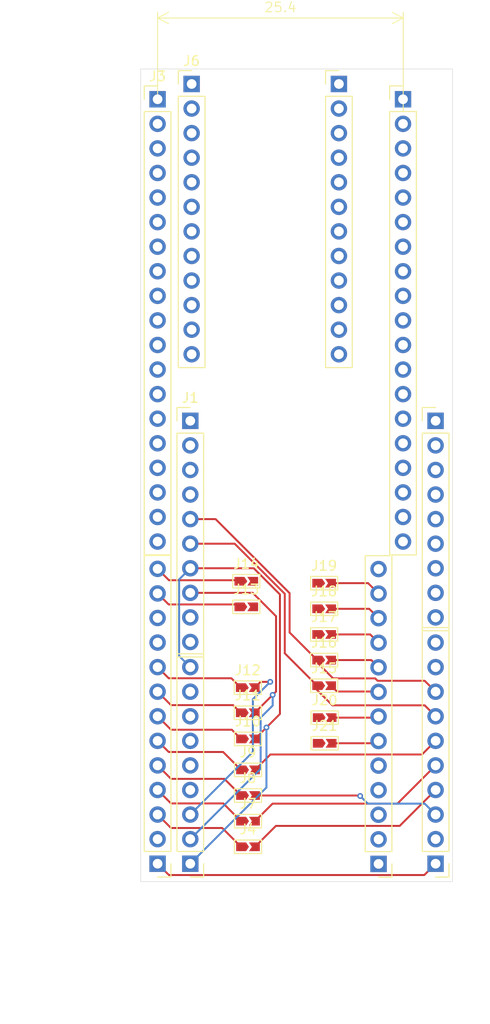
<source format=kicad_pcb>
(kicad_pcb (version 20241229) (generator "pcbnew") (generator_version "9.0")
  (layers (0 "F.Cu" signal) (2 "B.Cu" signal) (13 "F.Paste" user) (15 "B.Paste" user) (5 "F.SilkS" user "F.Silkscreen") (7 "B.SilkS" user "B.Silkscreen") (1 "F.Mask" user) (3 "B.Mask" user) (25 "Edge.Cuts" user))
  (net 0 "")
  (net 2 "DC")
  (net 3 "MOSI_1")
  (net 4 "MOSI_0")
  (net 5 "RST1")
  (net 6 "CS_0")
  (net 7 "MISO_0")
  (net 8 "CS_1")
  (net 9 "SCK_1")
  (net 10 "SCK_0")
  (net 11 "SDA_0")
  (net 12 "MISO_1")
  (net 13 "SCL_0")
  (net 14 "DRIVE")
  (net 16 "GND")
  (net 17 "+3.3V")
  (net 22 "DONE")
  (net 25 "unconnected-(J2-Pin_2-PadP2)")
  (net 29 "5V")
  (net 40 "SCL_1")
  (net 44 "SDA_1")
  (net 61 "Net-(J4-A)")
  (net 62 "Net-(J5-Pin_9a)")
  (net 63 "Net-(J5-Pin_10a)")
  (net 64 "Net-(J11-A)")
  (net 65 "Net-(J5-Pin_8a)")
  (net 66 "Net-(J10-A)")
  (net 67 "Net-(J12-A)")
  (net 68 "Net-(J13-A)")
  (net 69 "Net-(J16-B)")
  (net 70 "Net-(J18-B)")
  (net 71 "Net-(J14-A)")
  (net 72 "Net-(J15-B)")
  (net 73 "Net-(J19-B)")
  (net 74 "Net-(J17-B)")
  (net 75 "Net-(J20-B)")
  (net 76 "Net-(J21-B)")
  (net 80 "LSW1")
  (net 82 "LSW0")
  (footprint "IOT-Mess-Footprints:ESP_P40" (layer "F.Cu") (at 148.95 48.98)
    (property "Reference" "J3" (at 0 -2.38 0) (layer "F.SilkS"))
    (property "Value" "ESP_P40")
    (fp_line (start -1.38 -1.38) (end 0 -1.38) (stroke (width 0.12)) (layer "F.SilkS"))
    (fp_line (start -1.38 0) (end -1.38 -1.38) (stroke (width 0.12)) (layer "F.SilkS"))
    (fp_line (start -1.38 1.27) (end -1.38 47.1) (stroke (width 0.12)) (layer "F.SilkS"))
    (fp_line (start -1.38 1.27) (end 1.38 1.27) (stroke (width 0.12)) (layer "F.SilkS"))
    (fp_line (start -1.38 47.1) (end 1.38 47.1) (stroke (width 0.12)) (layer "F.SilkS"))
    (fp_line (start 1.38 1.27) (end 1.38 47.1) (stroke (width 0.12)) (layer "F.SilkS"))
    (fp_line (start 24 -1.38) (end 25.38 -1.38) (stroke (width 0.12)) (layer "F.SilkS"))
    (fp_line (start 24 0) (end 24 -1.38) (stroke (width 0.12)) (layer "F.SilkS"))
    (fp_line (start 24 1.27) (end 24 47.1) (stroke (width 0.12)) (layer "F.SilkS"))
    (fp_line (start 24 1.27) (end 26.76 1.27) (stroke (width 0.12)) (layer "F.SilkS"))
    (fp_line (start 24 47.1) (end 26.76 47.1) (stroke (width 0.12)) (layer "F.SilkS"))
    (fp_line (start 26.76 1.27) (end 26.76 47.1) (stroke (width 0.12)) (layer "F.SilkS"))
    (dimension (type orthogonal) (layer "F.SilkS") (pts (xy 148.95 48.98) (xy 174.35 50.78)) (height -8.4) (orientation 0) (format (prefix "") (suffix "") (units 3) (units_format 0) (precision 4) (suppress_zeroes yes)) (style (thickness 0.1) (arrow_length 1.27) (text_position_mode 0) (arrow_direction outward) (extension_height 0.58642) (extension_offset 0.5) (keep_text_aligned yes)) (gr_text "25.4" (at 161.65 39.48 0) (layer "F.SilkS") (effects (font (size 1 1) (thickness 0.1)))))
    (pad "P1" thru_hole rect (at 0 0) (size 1.7 1.7) (drill 1) (layers "*.Cu" "*.Mask") (net 16 "GND"))
    (pad "P2" thru_hole circle (at 0 2.54) (size 1.7 1.7) (drill 1) (layers "*.Cu" "*.Mask") (net 17 "+3.3V"))
    (pad "P3" thru_hole circle (at 0 5.08) (size 1.7 1.7) (drill 1) (layers "*.Cu" "*.Mask"))
    (pad "P4" thru_hole circle (at 0 7.62) (size 1.7 1.7) (drill 1) (layers "*.Cu" "*.Mask"))
    (pad "P5" thru_hole circle (at 0 10.16) (size 1.7 1.7) (drill 1) (layers "*.Cu" "*.Mask"))
    (pad "P6" thru_hole circle (at 0 12.7) (size 1.7 1.7) (drill 1) (layers "*.Cu" "*.Mask"))
    (pad "P7" thru_hole circle (at 0 15.24) (size 1.7 1.7) (drill 1) (layers "*.Cu" "*.Mask"))
    (pad "P8" thru_hole circle (at 0 17.78) (size 1.7 1.7) (drill 1) (layers "*.Cu" "*.Mask") (net 44 "SDA_1"))
    (pad "P9" thru_hole circle (at 0 20.32) (size 1.7 1.7) (drill 1) (layers "*.Cu" "*.Mask") (net 40 "SCL_1"))
    (pad "P10" thru_hole circle (at 0 22.86) (size 1.7 1.7) (drill 1) (layers "*.Cu" "*.Mask") (net 11 "SDA_0"))
    (pad "P11" thru_hole circle (at 0 25.4) (size 1.7 1.7) (drill 1) (layers "*.Cu" "*.Mask") (net 13 "SCL_0"))
    (pad "P12" thru_hole circle (at 0 27.94) (size 1.7 1.7) (drill 1) (layers "*.Cu" "*.Mask"))
    (pad "P13" thru_hole circle (at 0 30.48) (size 1.7 1.7) (drill 1) (layers "*.Cu" "*.Mask") (net 9 "SCK_1"))
    (pad "P14" thru_hole circle (at 0 33.02) (size 1.7 1.7) (drill 1) (layers "*.Cu" "*.Mask") (net 12 "MISO_1"))
    (pad "P15" thru_hole circle (at 0 35.56) (size 1.7 1.7) (drill 1) (layers "*.Cu" "*.Mask"))
    (pad "P17" thru_hole circle (at 0 38.1) (size 1.7 1.7) (drill 1) (layers "*.Cu" "*.Mask") (net 3 "MOSI_1"))
    (pad "P18" thru_hole circle (at 0 40.64) (size 1.7 1.7) (drill 1) (layers "*.Cu" "*.Mask"))
    (pad "P19" thru_hole circle (at 0 43.18) (size 1.7 1.7) (drill 1) (layers "*.Cu" "*.Mask"))
    (pad "P20" thru_hole circle (at 0 45.72) (size 1.7 1.7) (drill 1) (layers "*.Cu" "*.Mask"))
    (pad "P21" thru_hole circle (at 25.38 45.72) (size 1.7 1.7) (drill 1) (layers "*.Cu" "*.Mask"))
    (pad "P22" thru_hole circle (at 25.38 43.18) (size 1.7 1.7) (drill 1) (layers "*.Cu" "*.Mask"))
    (pad "P23" thru_hole circle (at 25.38 40.64) (size 1.7 1.7) (drill 1) (layers "*.Cu" "*.Mask"))
    (pad "P24" thru_hole circle (at 25.38 38.1) (size 1.7 1.7) (drill 1) (layers "*.Cu" "*.Mask") (net 8 "CS_1"))
    (pad "P25" thru_hole circle (at 25.38 35.56) (size 1.7 1.7) (drill 1) (layers "*.Cu" "*.Mask"))
    (pad "P27" thru_hole circle (at 25.38 33.02) (size 1.7 1.7) (drill 1) (layers "*.Cu" "*.Mask"))
    (pad "P28" thru_hole circle (at 25.38 30.48) (size 1.7 1.7) (drill 1) (layers "*.Cu" "*.Mask"))
    (pad "P29" thru_hole circle (at 25.38 27.94) (size 1.7 1.7) (drill 1) (layers "*.Cu" "*.Mask") (net 5 "RST1"))
    (pad "P30" thru_hole circle (at 25.38 25.4) (size 1.7 1.7) (drill 1) (layers "*.Cu" "*.Mask") (net 2 "DC"))
    (pad "P31" thru_hole circle (at 25.38 22.86) (size 1.7 1.7) (drill 1) (layers "*.Cu" "*.Mask") (net 6 "CS_0"))
    (pad "P32" thru_hole circle (at 25.38 20.32) (size 1.7 1.7) (drill 1) (layers "*.Cu" "*.Mask") (net 10 "SCK_0"))
    (pad "P33" thru_hole circle (at 25.38 17.78) (size 1.7 1.7) (drill 1) (layers "*.Cu" "*.Mask") (net 7 "MISO_0"))
    (pad "P34" thru_hole circle (at 25.38 15.24) (size 1.7 1.7) (drill 1) (layers "*.Cu" "*.Mask"))
    (pad "P35" thru_hole circle (at 25.38 12.7) (size 1.7 1.7) (drill 1) (layers "*.Cu" "*.Mask"))
    (pad "P36" thru_hole circle (at 25.38 10.16) (size 1.7 1.7) (drill 1) (layers "*.Cu" "*.Mask"))
    (pad "P37" thru_hole circle (at 25.38 7.62) (size 1.7 1.7) (drill 1) (layers "*.Cu" "*.Mask"))
    (pad "P38" thru_hole circle (at 25.38 5.08) (size 1.7 1.7) (drill 1) (layers "*.Cu" "*.Mask"))
    (pad "P39" thru_hole circle (at 25.38 2.54) (size 1.7 1.7) (drill 1) (layers "*.Cu" "*.Mask") (net 4 "MOSI_0"))
    (pad "P40" thru_hole rect (at 25.38 0) (size 1.7 1.7) (drill 1) (layers "*.Cu" "*.Mask") (net 16 "GND"))
  )
  (footprint "IOT-Mess-Footprints:Jumpper-triangle" (layer "F.Cu") (at 158.3 123.6)
    (property "Reference" "J7" (at 0 -1.8 0) (layer "F.SilkS"))
    (property "Value" "Jumper_2")
    (fp_line (start -1.4 -0.7) (end 1.4 -0.7) (stroke (width 0.12)) (layer "F.SilkS"))
    (fp_line (start -1.4 0.7) (end -1.4 -0.7) (stroke (width 0.12)) (layer "F.SilkS"))
    (fp_line (start 1.4 -0.7) (end 1.4 0.7) (stroke (width 0.12)) (layer "F.SilkS"))
    (fp_line (start 1.4 0.7) (end -1.4 0.7) (stroke (width 0.12)) (layer "F.SilkS"))
    (pad "1" smd custom (at -0.724999 0) (size 0.3 0.3) (layers "F.Cu" "F.Mask") (net 63 "Net-(J5-Pin_10a)") (options (clearance outline) (anchor rect)) (primitives (gr_poly (pts (xy 0.825 0) (xy 0.525 0.45) (xy -0.5 0.45) (xy -0.5 -0.45) (xy 0.525 -0.45)) (width 0) (fill yes))))
    (pad "2" smd custom (at 0.724999 0) (size 0.3 0.3) (layers "F.Cu" "F.Mask") (net 4 "MOSI_0") (options (clearance outline) (anchor rect)) (primitives (gr_poly (pts (xy 0.5 0.45) (xy -0.625 0.45) (xy -0.325 0) (xy -0.625 -0.45) (xy 0.5 -0.45)) (width 0) (fill yes))))
  )
  (footprint "IOT-Mess-Footprints:Jumpper-triangle" (layer "F.Cu") (at 166.175001 101.65)
    (property "Reference" "J18" (at 0 -1.8 0) (layer "F.SilkS"))
    (property "Value" "Jumper_2")
    (fp_line (start -1.4 -0.7) (end 1.4 -0.7) (stroke (width 0.12)) (layer "F.SilkS"))
    (fp_line (start -1.4 0.7) (end -1.4 -0.7) (stroke (width 0.12)) (layer "F.SilkS"))
    (fp_line (start 1.4 -0.7) (end 1.4 0.7) (stroke (width 0.12)) (layer "F.SilkS"))
    (fp_line (start 1.4 0.7) (end -1.4 0.7) (stroke (width 0.12)) (layer "F.SilkS"))
    (pad "1" smd custom (at -0.724999 0) (size 0.3 0.3) (layers "F.Cu" "F.Mask") (net 9 "SCK_1") (options (clearance outline) (anchor rect)) (primitives (gr_poly (pts (xy 0.825 0) (xy 0.525 0.45) (xy -0.5 0.45) (xy -0.5 -0.45) (xy 0.525 -0.45)) (width 0) (fill yes))))
    (pad "2" smd custom (at 0.724999 0) (size 0.3 0.3) (layers "F.Cu" "F.Mask") (net 70 "Net-(J18-B)") (options (clearance outline) (anchor rect)) (primitives (gr_poly (pts (xy 0.5 0.45) (xy -0.625 0.45) (xy -0.325 0) (xy -0.625 -0.45) (xy 0.5 -0.45)) (width 0) (fill yes))))
  )
  (footprint "IOT-Mess-Footprints:Jumpper-triangle" (layer "F.Cu") (at 158.3 126.25)
    (property "Reference" "J4" (at 0 -1.8 0) (layer "F.SilkS"))
    (property "Value" "Jumper_2")
    (fp_line (start -1.4 -0.7) (end 1.4 -0.7) (stroke (width 0.12)) (layer "F.SilkS"))
    (fp_line (start -1.4 0.7) (end -1.4 -0.7) (stroke (width 0.12)) (layer "F.SilkS"))
    (fp_line (start 1.4 -0.7) (end 1.4 0.7) (stroke (width 0.12)) (layer "F.SilkS"))
    (fp_line (start 1.4 0.7) (end -1.4 0.7) (stroke (width 0.12)) (layer "F.SilkS"))
    (pad "1" smd custom (at -0.724999 0) (size 0.3 0.3) (layers "F.Cu" "F.Mask") (net 61 "Net-(J4-A)") (options (clearance outline) (anchor rect)) (primitives (gr_poly (pts (xy 0.825 0) (xy 0.525 0.45) (xy -0.5 0.45) (xy -0.5 -0.45) (xy 0.525 -0.45)) (width 0) (fill yes))))
    (pad "2" smd custom (at 0.724999 0) (size 0.3 0.3) (layers "F.Cu" "F.Mask") (net 7 "MISO_0") (options (clearance outline) (anchor rect)) (primitives (gr_poly (pts (xy 0.5 0.45) (xy -0.625 0.45) (xy -0.325 0) (xy -0.625 -0.45) (xy 0.5 -0.45)) (width 0) (fill yes))))
  )
  (footprint "IOT-Mess-Footprints:Jumpper-triangle" (layer "F.Cu") (at 166.175001 104.3)
    (property "Reference" "J17" (at 0 -1.8 0) (layer "F.SilkS"))
    (property "Value" "Jumper_2")
    (fp_line (start -1.4 -0.7) (end 1.4 -0.7) (stroke (width 0.12)) (layer "F.SilkS"))
    (fp_line (start -1.4 0.7) (end -1.4 -0.7) (stroke (width 0.12)) (layer "F.SilkS"))
    (fp_line (start 1.4 -0.7) (end 1.4 0.7) (stroke (width 0.12)) (layer "F.SilkS"))
    (fp_line (start 1.4 0.7) (end -1.4 0.7) (stroke (width 0.12)) (layer "F.SilkS"))
    (pad "1" smd custom (at -0.724999 0) (size 0.3 0.3) (layers "F.Cu" "F.Mask") (net 22 "DONE") (options (clearance outline) (anchor rect)) (primitives (gr_poly (pts (xy 0.825 0) (xy 0.525 0.45) (xy -0.5 0.45) (xy -0.5 -0.45) (xy 0.525 -0.45)) (width 0) (fill yes))))
    (pad "2" smd custom (at 0.724999 0) (size 0.3 0.3) (layers "F.Cu" "F.Mask") (net 74 "Net-(J17-B)") (options (clearance outline) (anchor rect)) (primitives (gr_poly (pts (xy 0.5 0.45) (xy -0.625 0.45) (xy -0.325 0) (xy -0.625 -0.45) (xy 0.5 -0.45)) (width 0) (fill yes))))
  )
  (footprint "IOT-Mess-Footprints:ESP_P16" (layer "F.Cu") (at 177.7 128 180)
    (property "Reference" "J2" (hide yes))
    (property "Value" "ESP_P16 / C3")
    (fp_line (start 26.75 1.27) (end 26.75 21.7) (stroke (width 0.12)) (layer "F.SilkS"))
    (fp_line (start 23.99 21.7) (end 26.75 21.7) (stroke (width 0.12)) (layer "F.SilkS"))
    (fp_line (start 23.99 1.27) (end 26.75 1.27) (stroke (width 0.12)) (layer "F.SilkS"))
    (fp_line (start 23.99 1.27) (end 23.99 21.7) (stroke (width 0.12)) (layer "F.SilkS"))
    (fp_line (start 23.99 0) (end 23.99 -1.38) (stroke (width 0.12)) (layer "F.SilkS"))
    (fp_line (start 23.99 -1.38) (end 25.37 -1.379999) (stroke (width 0.12)) (layer "F.SilkS"))
    (fp_line (start 1.38 1.27) (end 1.38 24.4) (stroke (width 0.12)) (layer "F.SilkS"))
    (fp_line (start -1.379999 0) (end -1.38 -1.38) (stroke (width 0.12)) (layer "F.SilkS"))
    (fp_line (start -1.38 24.41) (end 1.38 24.41) (stroke (width 0.12)) (layer "F.SilkS"))
    (fp_line (start -1.38 1.27) (end 1.38 1.27) (stroke (width 0.12)) (layer "F.SilkS"))
    (fp_line (start -1.38 1.27) (end -1.38 24.4) (stroke (width 0.12)) (layer "F.SilkS"))
    (fp_line (start -1.38 -1.38) (end 0 -1.379999) (stroke (width 0.12)) (layer "F.SilkS"))
    (pad "P1" thru_hole rect (at 0 0 180) (size 1.7 1.7) (drill 1) (layers "*.Cu" "*.Mask") (net 17 "+3.3V"))
    (pad "P2" thru_hole circle (at 0 2.54 180) (size 1.7 1.7) (drill 1) (layers "*.Cu" "*.Mask") (net 25 "unconnected-(J2-Pin_2-PadP2)"))
    (pad "P3" thru_hole circle (at 0 5.079999 180) (size 1.7 1.7) (drill 1) (layers "*.Cu" "*.Mask") (net 10 "SCK_0"))
    (pad "P4" thru_hole circle (at 0 7.62 180) (size 1.7 1.7) (drill 1) (layers "*.Cu" "*.Mask") (net 7 "MISO_0"))
    (pad "P5" thru_hole circle (at 0 10.16 180) (size 1.7 1.7) (drill 1) (layers "*.Cu" "*.Mask") (net 4 "MOSI_0"))
    (pad "P6" thru_hole circle (at 0 12.7 180) (size 1.7 1.7) (drill 1) (layers "*.Cu" "*.Mask") (net 6 "CS_0"))
    (pad "P7" thru_hole circle (at 0 15.24 180) (size 1.7 1.7) (drill 1) (layers "*.Cu" "*.Mask") (net 11 "SDA_0"))
    (pad "P8" thru_hole circle (at 0 17.780001 180) (size 1.7 1.7) (drill 1) (layers "*.Cu" "*.Mask") (net 13 "SCL_0"))
    (pad "P9" thru_hole circle (at 0 20.32 180) (size 1.7 1.7) (drill 1) (layers "*.Cu" "*.Mask") (net 16 "GND"))
    (pad "P9" thru_hole circle (at 0 22.86 180) (size 1.7 1.7) (drill 1) (layers "*.Cu" "*.Mask") (net 16 "GND"))
    (pad "P11" thru_hole circle (at 25.37 17.780001 180) (size 1.7 1.7) (drill 1) (layers "*.Cu" "*.Mask"))
    (pad "P12" thru_hole circle (at 25.37 15.24 180) (size 1.7 1.7) (drill 1) (layers "*.Cu" "*.Mask"))
    (pad "P13" thru_hole circle (at 25.37 12.7 180) (size 1.7 1.7) (drill 1) (layers "*.Cu" "*.Mask"))
    (pad "P14" thru_hole circle (at 25.37 10.16 180) (size 1.7 1.7) (drill 1) (layers "*.Cu" "*.Mask"))
    (pad "P15" thru_hole circle (at 25.37 7.62 180) (size 1.7 1.7) (drill 1) (layers "*.Cu" "*.Mask"))
    (pad "P16" thru_hole circle (at 25.37 5.079999 180) (size 1.7 1.7) (drill 1) (layers "*.Cu" "*.Mask") (net 14 "DRIVE"))
    (pad "P17" thru_hole circle (at 25.37 2.54 180) (size 1.7 1.7) (drill 1) (layers "*.Cu" "*.Mask") (net 5 "RST1"))
    (pad "P18" thru_hole rect (at 25.37 0 180) (size 1.7 1.7) (drill 1) (layers "*.Cu" "*.Mask") (net 2 "DC"))
    (pad "P18" thru_hole circle (at 25.37 20.32 180) (size 1.7 1.7) (drill 1) (layers "*.Cu" "*.Mask") (net 2 "DC"))
  )
  (footprint "IOT-Mess-Footprints:Jumpper-triangle" (layer "F.Cu") (at 166.175001 106.95)
    (property "Reference" "J16" (at 0 -1.8 0) (layer "F.SilkS"))
    (property "Value" "Jumper_2")
    (fp_line (start -1.4 -0.7) (end 1.4 -0.7) (stroke (width 0.12)) (layer "F.SilkS"))
    (fp_line (start -1.4 0.7) (end -1.4 -0.7) (stroke (width 0.12)) (layer "F.SilkS"))
    (fp_line (start 1.4 -0.7) (end 1.4 0.7) (stroke (width 0.12)) (layer "F.SilkS"))
    (fp_line (start 1.4 0.7) (end -1.4 0.7) (stroke (width 0.12)) (layer "F.SilkS"))
    (pad "1" smd custom (at -0.724999 0) (size 0.3 0.3) (layers "F.Cu" "F.Mask") (net 13 "SCL_0") (options (clearance outline) (anchor rect)) (primitives (gr_poly (pts (xy 0.825 0) (xy 0.525 0.45) (xy -0.5 0.45) (xy -0.5 -0.45) (xy 0.525 -0.45)) (width 0) (fill yes))))
    (pad "2" smd custom (at 0.724999 0) (size 0.3 0.3) (layers "F.Cu" "F.Mask") (net 69 "Net-(J16-B)") (options (clearance outline) (anchor rect)) (primitives (gr_poly (pts (xy 0.5 0.45) (xy -0.625 0.45) (xy -0.325 0) (xy -0.625 -0.45) (xy 0.5 -0.45)) (width 0) (fill yes))))
  )
  (footprint "IOT-Mess-Footprints:Jumpper-triangle" (layer "F.Cu") (at 166.225003 115.55)
    (property "Reference" "J21" (at 0 -1.8 0) (layer "F.SilkS"))
    (property "Value" "Jumper_2")
    (fp_line (start -1.4 -0.7) (end 1.4 -0.7) (stroke (width 0.12)) (layer "F.SilkS"))
    (fp_line (start -1.4 0.7) (end -1.4 -0.7) (stroke (width 0.12)) (layer "F.SilkS"))
    (fp_line (start 1.4 -0.7) (end 1.4 0.7) (stroke (width 0.12)) (layer "F.SilkS"))
    (fp_line (start 1.4 0.7) (end -1.4 0.7) (stroke (width 0.12)) (layer "F.SilkS"))
    (pad "1" smd custom (at -0.724999 0) (size 0.3 0.3) (layers "F.Cu" "F.Mask") (net 44 "SDA_1") (options (clearance outline) (anchor rect)) (primitives (gr_poly (pts (xy 0.825 0) (xy 0.525 0.45) (xy -0.5 0.45) (xy -0.5 -0.45) (xy 0.525 -0.45)) (width 0) (fill yes))))
    (pad "2" smd custom (at 0.724999 0) (size 0.3 0.3) (layers "F.Cu" "F.Mask") (net 76 "Net-(J21-B)") (options (clearance outline) (anchor rect)) (primitives (gr_poly (pts (xy 0.5 0.45) (xy -0.625 0.45) (xy -0.325 0) (xy -0.625 -0.45) (xy 0.5 -0.45)) (width 0) (fill yes))))
  )
  (footprint "IOT-Mess-Footprints:Jumpper-triangle" (layer "F.Cu") (at 158.124999 98.8)
    (property "Reference" "J14" (at 0 -1.8 0) (layer "F.SilkS"))
    (property "Value" "Jumper_2")
    (fp_line (start -1.4 -0.7) (end 1.4 -0.7) (stroke (width 0.12)) (layer "F.SilkS"))
    (fp_line (start -1.4 0.7) (end -1.4 -0.7) (stroke (width 0.12)) (layer "F.SilkS"))
    (fp_line (start 1.4 -0.7) (end 1.4 0.7) (stroke (width 0.12)) (layer "F.SilkS"))
    (fp_line (start 1.4 0.7) (end -1.4 0.7) (stroke (width 0.12)) (layer "F.SilkS"))
    (pad "1" smd custom (at -0.724999 0) (size 0.3 0.3) (layers "F.Cu" "F.Mask") (net 71 "Net-(J14-A)") (options (clearance outline) (anchor rect)) (primitives (gr_poly (pts (xy 0.825 0) (xy 0.525 0.45) (xy -0.5 0.45) (xy -0.5 -0.45) (xy 0.525 -0.45)) (width 0) (fill yes))))
    (pad "2" smd custom (at 0.724999 0) (size 0.3 0.3) (layers "F.Cu" "F.Mask") (net 3 "MOSI_1") (options (clearance outline) (anchor rect)) (primitives (gr_poly (pts (xy 0.5 0.45) (xy -0.625 0.45) (xy -0.325 0) (xy -0.625 -0.45) (xy 0.5 -0.45)) (width 0) (fill yes))))
  )
  (footprint "IOT-Mess-Footprints:Jumpper-triangle" (layer "F.Cu") (at 166.175001 109.6)
    (property "Reference" "J15" (at 0 -1.8 0) (layer "F.SilkS"))
    (property "Value" "Jumper_2")
    (fp_line (start -1.4 -0.7) (end 1.4 -0.7) (stroke (width 0.12)) (layer "F.SilkS"))
    (fp_line (start -1.4 0.7) (end -1.4 -0.7) (stroke (width 0.12)) (layer "F.SilkS"))
    (fp_line (start 1.4 -0.7) (end 1.4 0.7) (stroke (width 0.12)) (layer "F.SilkS"))
    (fp_line (start 1.4 0.7) (end -1.4 0.7) (stroke (width 0.12)) (layer "F.SilkS"))
    (pad "1" smd custom (at -0.724999 0) (size 0.3 0.3) (layers "F.Cu" "F.Mask") (net 11 "SDA_0") (options (clearance outline) (anchor rect)) (primitives (gr_poly (pts (xy 0.825 0) (xy 0.525 0.45) (xy -0.5 0.45) (xy -0.5 -0.45) (xy 0.525 -0.45)) (width 0) (fill yes))))
    (pad "2" smd custom (at 0.724999 0) (size 0.3 0.3) (layers "F.Cu" "F.Mask") (net 72 "Net-(J15-B)") (options (clearance outline) (anchor rect)) (primitives (gr_poly (pts (xy 0.5 0.45) (xy -0.625 0.45) (xy -0.325 0) (xy -0.625 -0.45) (xy 0.5 -0.45)) (width 0) (fill yes))))
  )
  (footprint "IOT-Mess-Footprints:Jumpper-triangle" (layer "F.Cu") (at 158.3 118.3)
    (property "Reference" "J9" (at 0 -1.8 0) (layer "F.SilkS"))
    (property "Value" "Jumper_2")
    (fp_line (start -1.4 -0.7) (end 1.4 -0.7) (stroke (width 0.12)) (layer "F.SilkS"))
    (fp_line (start -1.4 0.7) (end -1.4 -0.7) (stroke (width 0.12)) (layer "F.SilkS"))
    (fp_line (start 1.4 -0.7) (end 1.4 0.7) (stroke (width 0.12)) (layer "F.SilkS"))
    (fp_line (start 1.4 0.7) (end -1.4 0.7) (stroke (width 0.12)) (layer "F.SilkS"))
    (pad "1" smd custom (at -0.724999 0) (size 0.3 0.3) (layers "F.Cu" "F.Mask") (net 65 "Net-(J5-Pin_8a)") (options (clearance outline) (anchor rect)) (primitives (gr_poly (pts (xy 0.825 0) (xy 0.525 0.45) (xy -0.5 0.45) (xy -0.5 -0.45) (xy 0.525 -0.45)) (width 0) (fill yes))))
    (pad "2" smd custom (at 0.724999 0) (size 0.3 0.3) (layers "F.Cu" "F.Mask") (net 6 "CS_0") (options (clearance outline) (anchor rect)) (primitives (gr_poly (pts (xy 0.5 0.45) (xy -0.625 0.45) (xy -0.325 0) (xy -0.625 -0.45) (xy 0.5 -0.45)) (width 0) (fill yes))))
  )
  (footprint "IOT-Mess-Footprints:Jumpper-triangle" (layer "F.Cu") (at 158.3 120.95)
    (property "Reference" "J8" (at 0 -1.8 0) (layer "F.SilkS"))
    (property "Value" "Jumper_2")
    (fp_line (start -1.4 -0.7) (end 1.4 -0.7) (stroke (width 0.12)) (layer "F.SilkS"))
    (fp_line (start -1.4 0.7) (end -1.4 -0.7) (stroke (width 0.12)) (layer "F.SilkS"))
    (fp_line (start 1.4 -0.7) (end 1.4 0.7) (stroke (width 0.12)) (layer "F.SilkS"))
    (fp_line (start 1.4 0.7) (end -1.4 0.7) (stroke (width 0.12)) (layer "F.SilkS"))
    (pad "1" smd custom (at -0.724999 0) (size 0.3 0.3) (layers "F.Cu" "F.Mask") (net 62 "Net-(J5-Pin_9a)") (options (clearance outline) (anchor rect)) (primitives (gr_poly (pts (xy 0.825 0) (xy 0.525 0.45) (xy -0.5 0.45) (xy -0.5 -0.45) (xy 0.525 -0.45)) (width 0) (fill yes))))
    (pad "2" smd custom (at 0.724999 0) (size 0.3 0.3) (layers "F.Cu" "F.Mask") (net 10 "SCK_0") (options (clearance outline) (anchor rect)) (primitives (gr_poly (pts (xy 0.5 0.45) (xy -0.625 0.45) (xy -0.325 0) (xy -0.625 -0.45) (xy 0.5 -0.45)) (width 0) (fill yes))))
  )
  (footprint "IOT-Mess-Footprints:Jumpper-triangle" (layer "F.Cu") (at 166.225003 112.9)
    (property "Reference" "J20" (at 0 -1.8 0) (layer "F.SilkS"))
    (property "Value" "Jumper_2")
    (fp_line (start -1.4 -0.7) (end 1.4 -0.7) (stroke (width 0.12)) (layer "F.SilkS"))
    (fp_line (start -1.4 0.7) (end -1.4 -0.7) (stroke (width 0.12)) (layer "F.SilkS"))
    (fp_line (start 1.4 -0.7) (end 1.4 0.7) (stroke (width 0.12)) (layer "F.SilkS"))
    (fp_line (start 1.4 0.7) (end -1.4 0.7) (stroke (width 0.12)) (layer "F.SilkS"))
    (pad "1" smd custom (at -0.724999 0) (size 0.3 0.3) (layers "F.Cu" "F.Mask") (net 40 "SCL_1") (options (clearance outline) (anchor rect)) (primitives (gr_poly (pts (xy 0.825 0) (xy 0.525 0.45) (xy -0.5 0.45) (xy -0.5 -0.45) (xy 0.525 -0.45)) (width 0) (fill yes))))
    (pad "2" smd custom (at 0.724999 0) (size 0.3 0.3) (layers "F.Cu" "F.Mask") (net 75 "Net-(J20-B)") (options (clearance outline) (anchor rect)) (primitives (gr_poly (pts (xy 0.5 0.45) (xy -0.625 0.45) (xy -0.325 0) (xy -0.625 -0.45) (xy 0.5 -0.45)) (width 0) (fill yes))))
  )
  (footprint "IOT-Mess-Footprints:CH582_Base" (layer "F.Cu") (at 152.47 47.4)
    (property "Reference" "J6" (at 0 -2.38 0) (layer "F.SilkS"))
    (property "Value" "CH582")
    (fp_line (start -1.38 -1.38) (end 0 -1.38) (stroke (width 0.12)) (layer "F.SilkS"))
    (fp_line (start -1.38 0) (end -1.38 -1.38) (stroke (width 0.12)) (layer "F.SilkS"))
    (fp_line (start -1.38 1.27) (end -1.38 29.32) (stroke (width 0.12)) (layer "F.SilkS"))
    (fp_line (start -1.38 1.27) (end 1.38 1.27) (stroke (width 0.12)) (layer "F.SilkS"))
    (fp_line (start -1.38 29.32) (end 1.38 29.32) (stroke (width 0.12)) (layer "F.SilkS"))
    (fp_line (start 1.38 1.27) (end 1.38 29.32) (stroke (width 0.12)) (layer "F.SilkS"))
    (fp_line (start 13.85 -1.38) (end 15.23 -1.38) (stroke (width 0.12)) (layer "F.SilkS"))
    (fp_line (start 13.85 0) (end 13.85 -1.38) (stroke (width 0.12)) (layer "F.SilkS"))
    (fp_line (start 13.85 1.27) (end 13.85 29.32) (stroke (width 0.12)) (layer "F.SilkS"))
    (fp_line (start 13.85 1.27) (end 16.61 1.27) (stroke (width 0.12)) (layer "F.SilkS"))
    (fp_line (start 13.85 29.32) (end 16.61 29.32) (stroke (width 0.12)) (layer "F.SilkS"))
    (fp_line (start 16.61 1.27) (end 16.61 29.32) (stroke (width 0.12)) (layer "F.SilkS"))
    (pad "3V3" thru_hole circle (at 0 20.32) (size 1.7 1.7) (drill 1) (layers "*.Cu" "*.Mask") (net 17 "+3.3V"))
    (pad "5V" thru_hole circle (at 0 25.4) (size 1.7 1.7) (drill 1) (layers "*.Cu" "*.Mask") (net 29 "5V"))
    (pad "A4" thru_hole rect (at 0 0) (size 1.7 1.7) (drill 1) (layers "*.Cu" "*.Mask") (net 8 "CS_1"))
    (pad "A5" thru_hole circle (at 0 2.54) (size 1.7 1.7) (drill 1) (layers "*.Cu" "*.Mask"))
    (pad "A10" thru_hole circle (at 0 17.78) (size 1.7 1.7) (drill 1) (layers "*.Cu" "*.Mask"))
    (pad "A11" thru_hole circle (at 0 15.24) (size 1.7 1.7) (drill 1) (layers "*.Cu" "*.Mask"))
    (pad "A12" thru_hole circle (at 0 12.7) (size 1.7 1.7) (drill 1) (layers "*.Cu" "*.Mask") (net 6 "CS_0"))
    (pad "A13" thru_hole circle (at 0 10.16) (size 1.7 1.7) (drill 1) (layers "*.Cu" "*.Mask") (net 10 "SCK_0"))
    (pad "A14" thru_hole circle (at 0 7.62) (size 1.7 1.7) (drill 1) (layers "*.Cu" "*.Mask") (net 4 "MOSI_0"))
    (pad "A15" thru_hole circle (at 0 5.08) (size 1.7 1.7) (drill 1) (layers "*.Cu" "*.Mask") (net 7 "MISO_0"))
    (pad "B4" thru_hole circle (at 15.23 5.08) (size 1.7 1.7) (drill 1) (layers "*.Cu" "*.Mask"))
    (pad "B7" thru_hole circle (at 15.23 7.62) (size 1.7 1.7) (drill 1) (layers "*.Cu" "*.Mask"))
    (pad "B8" thru_hole circle (at 15.23 27.94) (size 1.7 1.7) (drill 1) (layers "*.Cu" "*.Mask") (net 5 "RST1"))
    (pad "B9" thru_hole circle (at 15.23 25.4) (size 1.7 1.7) (drill 1) (layers "*.Cu" "*.Mask") (net 2 "DC"))
    (pad "B10" thru_hole circle (at 15.23 10.16) (size 1.7 1.7) (drill 1) (layers "*.Cu" "*.Mask"))
    (pad "B11" thru_hole circle (at 15.23 12.7) (size 1.7 1.7) (drill 1) (layers "*.Cu" "*.Mask"))
    (pad "B12" thru_hole circle (at 15.23 15.24) (size 1.7 1.7) (drill 1) (layers "*.Cu" "*.Mask") (net 11 "SDA_0"))
    (pad "B13" thru_hole circle (at 15.23 17.78) (size 1.7 1.7) (drill 1) (layers "*.Cu" "*.Mask") (net 13 "SCL_0"))
    (pad "B14" thru_hole circle (at 15.23 20.32) (size 1.7 1.7) (drill 1) (layers "*.Cu" "*.Mask") (net 3 "MOSI_1"))
    (pad "B15" thru_hole circle (at 15.23 22.86) (size 1.7 1.7) (drill 1) (layers "*.Cu" "*.Mask") (net 12 "MISO_1"))
    (pad "B22" thru_hole rect (at 15.23 0) (size 1.7 1.7) (drill 1) (layers "*.Cu" "*.Mask") (net 14 "DRIVE"))
    (pad "B23" thru_hole circle (at 15.23 2.54) (size 1.7 1.7) (drill 1) (layers "*.Cu" "*.Mask") (net 22 "DONE"))
    (pad "G" thru_hole circle (at 0 22.86) (size 1.7 1.7) (drill 1) (layers "*.Cu" "*.Mask") (net 16 "GND"))
    (pad "G" thru_hole circle (at 0 27.94) (size 1.7 1.7) (drill 1) (layers "*.Cu" "*.Mask") (net 16 "GND"))
  )
  (footprint "IOT-Mess-Footprints:Jumpper-triangle" (layer "F.Cu") (at 158.124999 101.45)
    (property "Reference" "J13" (at 0 -1.8 0) (layer "F.SilkS"))
    (property "Value" "Jumper_2")
    (fp_line (start -1.4 -0.7) (end 1.4 -0.7) (stroke (width 0.12)) (layer "F.SilkS"))
    (fp_line (start -1.4 0.7) (end -1.4 -0.7) (stroke (width 0.12)) (layer "F.SilkS"))
    (fp_line (start 1.4 -0.7) (end 1.4 0.7) (stroke (width 0.12)) (layer "F.SilkS"))
    (fp_line (start 1.4 0.7) (end -1.4 0.7) (stroke (width 0.12)) (layer "F.SilkS"))
    (pad "1" smd custom (at -0.724999 0) (size 0.3 0.3) (layers "F.Cu" "F.Mask") (net 68 "Net-(J13-A)") (options (clearance outline) (anchor rect)) (primitives (gr_poly (pts (xy 0.825 0) (xy 0.525 0.45) (xy -0.5 0.45) (xy -0.5 -0.45) (xy 0.525 -0.45)) (width 0) (fill yes))))
    (pad "2" smd custom (at 0.724999 0) (size 0.3 0.3) (layers "F.Cu" "F.Mask") (net 8 "CS_1") (options (clearance outline) (anchor rect)) (primitives (gr_poly (pts (xy 0.5 0.45) (xy -0.625 0.45) (xy -0.325 0) (xy -0.625 -0.45) (xy 0.5 -0.45)) (width 0) (fill yes))))
  )
  (footprint "IOT-Mess-Footprints:Jumpper-triangle" (layer "F.Cu") (at 158.275001 109.8)
    (property "Reference" "J12" (at 0 -1.8 0) (layer "F.SilkS"))
    (property "Value" "Jumper_2")
    (fp_line (start -1.4 -0.7) (end 1.4 -0.7) (stroke (width 0.12)) (layer "F.SilkS"))
    (fp_line (start -1.4 0.7) (end -1.4 -0.7) (stroke (width 0.12)) (layer "F.SilkS"))
    (fp_line (start 1.4 -0.7) (end 1.4 0.7) (stroke (width 0.12)) (layer "F.SilkS"))
    (fp_line (start 1.4 0.7) (end -1.4 0.7) (stroke (width 0.12)) (layer "F.SilkS"))
    (pad "1" smd custom (at -0.724999 0) (size 0.3 0.3) (layers "F.Cu" "F.Mask") (net 67 "Net-(J12-A)") (options (clearance outline) (anchor rect)) (primitives (gr_poly (pts (xy 0.825 0) (xy 0.525 0.45) (xy -0.5 0.45) (xy -0.5 -0.45) (xy 0.525 -0.45)) (width 0) (fill yes))))
    (pad "2" smd custom (at 0.724999 0) (size 0.3 0.3) (layers "F.Cu" "F.Mask") (net 14 "DRIVE") (options (clearance outline) (anchor rect)) (primitives (gr_poly (pts (xy 0.5 0.45) (xy -0.625 0.45) (xy -0.325 0) (xy -0.625 -0.45) (xy 0.5 -0.45)) (width 0) (fill yes))))
  )
  (footprint "IOT-Mess-Footprints:Jumpper-triangle" (layer "F.Cu") (at 166.175001 99)
    (property "Reference" "J19" (at 0 -1.8 0) (layer "F.SilkS"))
    (property "Value" "Jumper_2")
    (fp_line (start -1.4 -0.7) (end 1.4 -0.7) (stroke (width 0.12)) (layer "F.SilkS"))
    (fp_line (start -1.4 0.7) (end -1.4 -0.7) (stroke (width 0.12)) (layer "F.SilkS"))
    (fp_line (start 1.4 -0.7) (end 1.4 0.7) (stroke (width 0.12)) (layer "F.SilkS"))
    (fp_line (start 1.4 0.7) (end -1.4 0.7) (stroke (width 0.12)) (layer "F.SilkS"))
    (pad "1" smd custom (at -0.724999 0) (size 0.3 0.3) (layers "F.Cu" "F.Mask") (net 12 "MISO_1") (options (clearance outline) (anchor rect)) (primitives (gr_poly (pts (xy 0.825 0) (xy 0.525 0.45) (xy -0.5 0.45) (xy -0.5 -0.45) (xy 0.525 -0.45)) (width 0) (fill yes))))
    (pad "2" smd custom (at 0.724999 0) (size 0.3 0.3) (layers "F.Cu" "F.Mask") (net 73 "Net-(J19-B)") (options (clearance outline) (anchor rect)) (primitives (gr_poly (pts (xy 0.5 0.45) (xy -0.625 0.45) (xy -0.325 0) (xy -0.625 -0.45) (xy 0.5 -0.45)) (width 0) (fill yes))))
  )
  (footprint "IOT-Mess-Footprints:Jumpper-triangle" (layer "F.Cu") (at 158.275001 112.4)
    (property "Reference" "J11" (at 0 -1.8 0) (layer "F.SilkS"))
    (property "Value" "Jumper_2")
    (fp_line (start -1.4 -0.7) (end 1.4 -0.7) (stroke (width 0.12)) (layer "F.SilkS"))
    (fp_line (start -1.4 0.7) (end -1.4 -0.7) (stroke (width 0.12)) (layer "F.SilkS"))
    (fp_line (start 1.4 -0.7) (end 1.4 0.7) (stroke (width 0.12)) (layer "F.SilkS"))
    (fp_line (start 1.4 0.7) (end -1.4 0.7) (stroke (width 0.12)) (layer "F.SilkS"))
    (pad "1" smd custom (at -0.724999 0) (size 0.3 0.3) (layers "F.Cu" "F.Mask") (net 64 "Net-(J11-A)") (options (clearance outline) (anchor rect)) (primitives (gr_poly (pts (xy 0.825 0) (xy 0.525 0.45) (xy -0.5 0.45) (xy -0.5 -0.45) (xy 0.525 -0.45)) (width 0) (fill yes))))
    (pad "2" smd custom (at 0.724999 0) (size 0.3 0.3) (layers "F.Cu" "F.Mask") (net 5 "RST1") (options (clearance outline) (anchor rect)) (primitives (gr_poly (pts (xy 0.5 0.45) (xy -0.625 0.45) (xy -0.325 0) (xy -0.625 -0.45) (xy 0.5 -0.45)) (width 0) (fill yes))))
  )
  (footprint "IOT-Mess-Footprints:Jumpper-triangle" (layer "F.Cu") (at 158.3 115.1)
    (property "Reference" "J10" (at 0 -1.8 0) (layer "F.SilkS"))
    (property "Value" "Jumper_2")
    (fp_line (start -1.4 -0.7) (end 1.4 -0.7) (stroke (width 0.12)) (layer "F.SilkS"))
    (fp_line (start -1.4 0.7) (end -1.4 -0.7) (stroke (width 0.12)) (layer "F.SilkS"))
    (fp_line (start 1.4 -0.7) (end 1.4 0.7) (stroke (width 0.12)) (layer "F.SilkS"))
    (fp_line (start 1.4 0.7) (end -1.4 0.7) (stroke (width 0.12)) (layer "F.SilkS"))
    (pad "1" smd custom (at -0.725 0) (size 0.3 0.3) (layers "F.Cu" "F.Mask") (net 66 "Net-(J10-A)") (options (clearance outline) (anchor rect)) (primitives (gr_poly (pts (xy 0.825 0) (xy 0.525 0.45) (xy -0.5 0.45) (xy -0.5 -0.45) (xy 0.525 -0.45)) (width 0) (fill yes))))
    (pad "2" smd custom (at 0.725 0) (size 0.3 0.3) (layers "F.Cu" "F.Mask") (net 2 "DC") (options (clearance outline) (anchor rect)) (primitives (gr_poly (pts (xy 0.5 0.45) (xy -0.625 0.45) (xy -0.325 0) (xy -0.625 -0.45) (xy 0.5 -0.45)) (width 0) (fill yes))))
  )
  (footprint "IOT-Mess-Footprints:Lolin32_Lite2" (layer "F.Cu") (at 171.8 128.02 180)
    (property "Reference" "J5" (hide yes))
    (property "Value" "Lolin32-Lite")
    (fp_line (start 24.23 1.29) (end 24.23 31.88) (stroke (width 0.12)) (layer "F.SilkS"))
    (fp_line (start 21.47 31.88) (end 24.23 31.88) (stroke (width 0.12)) (layer "F.SilkS"))
    (fp_line (start 21.47 1.29) (end 24.23 1.29) (stroke (width 0.12)) (layer "F.SilkS"))
    (fp_line (start 21.47 1.29) (end 21.47 31.88) (stroke (width 0.12)) (layer "F.SilkS"))
    (fp_line (start 21.47 0.02) (end 21.47 -1.36) (stroke (width 0.12)) (layer "F.SilkS"))
    (fp_line (start 21.47 -1.36) (end 22.85 -1.36) (stroke (width 0.12)) (layer "F.SilkS"))
    (fp_line (start 1.38 1.27) (end 1.38 31.86) (stroke (width 0.12)) (layer "F.SilkS"))
    (fp_line (start -1.38 31.86) (end 1.38 31.86) (stroke (width 0.12)) (layer "F.SilkS"))
    (fp_line (start -1.38 1.27) (end 1.38 1.27) (stroke (width 0.12)) (layer "F.SilkS"))
    (fp_line (start -1.38 1.27) (end -1.38 31.86) (stroke (width 0.12)) (layer "F.SilkS"))
    (fp_line (start -1.38 0) (end -1.38 -1.38) (stroke (width 0.12)) (layer "F.SilkS"))
    (fp_line (start -1.38 -1.38) (end 0 -1.38) (stroke (width 0.12)) (layer "F.SilkS"))
    (pad "0" thru_hole circle (at 22.85 22.88 180) (size 1.7 1.7) (drill 1) (layers "*.Cu" "*.Mask"))
    (pad "2" thru_hole circle (at 22.85 25.42 180) (size 1.7 1.7) (drill 1) (layers "*.Cu" "*.Mask"))
    (pad "3V" thru_hole rect (at 22.85 0.02 180) (size 1.7 1.7) (drill 1) (layers "*.Cu" "*.Mask") (net 17 "+3.3V"))
    (pad "4" thru_hole circle (at 22.85 20.34 180) (size 1.7 1.7) (drill 1) (layers "*.Cu" "*.Mask") (net 67 "Net-(J12-A)"))
    (pad "5" thru_hole circle (at 22.85 12.72 180) (size 1.7 1.7) (drill 1) (layers "*.Cu" "*.Mask") (net 65 "Net-(J5-Pin_8a)"))
    (pad "12" thru_hole circle (at 0 27.94 180) (size 1.7 1.7) (drill 1) (layers "*.Cu" "*.Mask") (net 73 "Net-(J19-B)"))
    (pad "13" thru_hole circle (at 22.85 30.5 180) (size 1.7 1.7) (drill 1) (layers "*.Cu" "*.Mask") (net 71 "Net-(J14-A)"))
    (pad "14" thru_hole circle (at 0 25.4 180) (size 1.7 1.7) (drill 1) (layers "*.Cu" "*.Mask") (net 70 "Net-(J18-B)"))
    (pad "15" thru_hole circle (at 22.85 27.96 180) (size 1.7 1.7) (drill 1) (layers "*.Cu" "*.Mask") (net 68 "Net-(J13-A)"))
    (pad "16" thru_hole circle (at 22.85 17.8 180) (size 1.7 1.7) (drill 1) (layers "*.Cu" "*.Mask") (net 64 "Net-(J11-A)"))
    (pad "17" thru_hole circle (at 22.85 15.26 180) (size 1.7 1.7) (drill 1) (layers "*.Cu" "*.Mask") (net 66 "Net-(J10-A)"))
    (pad "18" thru_hole circle (at 22.85 10.18 180) (size 1.7 1.7) (drill 1) (layers "*.Cu" "*.Mask") (net 62 "Net-(J5-Pin_9a)"))
    (pad "19" thru_hole circle (at 22.85 5.1 180) (size 1.7 1.7) (drill 1) (layers "*.Cu" "*.Mask") (net 61 "Net-(J4-A)"))
    (pad "22" thru_hole circle (at 22.85 2.56 180) (size 1.7 1.7) (drill 1) (layers "*.Cu" "*.Mask"))
    (pad "23" thru_hole circle (at 22.85 7.64 180) (size 1.7 1.7) (drill 1) (layers "*.Cu" "*.Mask") (net 63 "Net-(J5-Pin_10a)"))
    (pad "25" thru_hole circle (at 0 17.78 180) (size 1.7 1.7) (drill 1) (layers "*.Cu" "*.Mask") (net 72 "Net-(J15-B)"))
    (pad "26" thru_hole circle (at 0 20.32 180) (size 1.7 1.7) (drill 1) (layers "*.Cu" "*.Mask") (net 69 "Net-(J16-B)"))
    (pad "27" thru_hole circle (at 0 22.86 180) (size 1.7 1.7) (drill 1) (layers "*.Cu" "*.Mask") (net 74 "Net-(J17-B)"))
    (pad "32" thru_hole circle (at 0 12.7 180) (size 1.7 1.7) (drill 1) (layers "*.Cu" "*.Mask") (net 76 "Net-(J21-B)"))
    (pad "33" thru_hole circle (at 0 15.24 180) (size 1.7 1.7) (drill 1) (layers "*.Cu" "*.Mask") (net 75 "Net-(J20-B)"))
    (pad "34*" thru_hole circle (at 0 7.62 180) (size 1.7 1.7) (drill 1) (layers "*.Cu" "*.Mask"))
    (pad "35*" thru_hole circle (at 0 10.16 180) (size 1.7 1.7) (drill 1) (layers "*.Cu" "*.Mask"))
    (pad "36*" thru_hole circle (at 0 2.54 180) (size 1.7 1.7) (drill 1) (layers "*.Cu" "*.Mask") (net 80 "LSW1"))
    (pad "39*" thru_hole rect (at 0 0 180) (size 1.7 1.7) (drill 1) (layers "*.Cu" "*.Mask") (net 82 "LSW0"))
    (pad "EN" thru_hole circle (at 0 5.08 180) (size 1.7 1.7) (drill 1) (layers "*.Cu" "*.Mask"))
    (pad "G" thru_hole circle (at 0 30.48 180) (size 1.7 1.7) (drill 1) (layers "*.Cu" "*.Mask") (net 16 "GND"))
  )
  (footprint "IOT-Mess-Footprints:ESP_P16" (layer "F.Cu") (at 152.33 82.219999)
    (property "Reference" "J1" (at 0 -2.38 0) (layer "F.SilkS"))
    (property "Value" "ESP_P16 / ESP12")
    (fp_line (start -1.38 -1.38) (end 0 -1.379999) (stroke (width 0.12)) (layer "F.SilkS"))
    (fp_line (start -1.38 1.27) (end -1.38 24.4) (stroke (width 0.12)) (layer "F.SilkS"))
    (fp_line (start -1.38 1.27) (end 1.38 1.27) (stroke (width 0.12)) (layer "F.SilkS"))
    (fp_line (start -1.38 24.41) (end 1.38 24.41) (stroke (width 0.12)) (layer "F.SilkS"))
    (fp_line (start -1.379999 0) (end -1.38 -1.38) (stroke (width 0.12)) (layer "F.SilkS"))
    (fp_line (start 1.38 1.27) (end 1.38 24.4) (stroke (width 0.12)) (layer "F.SilkS"))
    (fp_line (start 23.99 -1.38) (end 25.37 -1.379999) (stroke (width 0.12)) (layer "F.SilkS"))
    (fp_line (start 23.99 0) (end 23.99 -1.38) (stroke (width 0.12)) (layer "F.SilkS"))
    (fp_line (start 23.99 1.27) (end 23.99 21.7) (stroke (width 0.12)) (layer "F.SilkS"))
    (fp_line (start 23.99 1.27) (end 26.75 1.27) (stroke (width 0.12)) (layer "F.SilkS"))
    (fp_line (start 23.99 21.7) (end 26.75 21.7) (stroke (width 0.12)) (layer "F.SilkS"))
    (fp_line (start 26.75 1.27) (end 26.75 21.7) (stroke (width 0.12)) (layer "F.SilkS"))
    (pad "P1" thru_hole rect (at 0 0) (size 1.7 1.7) (drill 1) (layers "*.Cu" "*.Mask") (net 17 "+3.3V"))
    (pad "P2" thru_hole circle (at 0 2.54) (size 1.7 1.7) (drill 1) (layers "*.Cu" "*.Mask"))
    (pad "P3" thru_hole circle (at 0 5.079999) (size 1.7 1.7) (drill 1) (layers "*.Cu" "*.Mask"))
    (pad "P4" thru_hole circle (at 0 7.62) (size 1.7 1.7) (drill 1) (layers "*.Cu" "*.Mask"))
    (pad "P5" thru_hole circle (at 0 10.16) (size 1.7 1.7) (drill 1) (layers "*.Cu" "*.Mask") (net 13 "SCL_0"))
    (pad "P6" thru_hole circle (at 0 12.7) (size 1.7 1.7) (drill 1) (layers "*.Cu" "*.Mask") (net 11 "SDA_0"))
    (pad "P7" thru_hole circle (at 0 15.24) (size 1.7 1.7) (drill 1) (layers "*.Cu" "*.Mask") (net 2 "DC"))
    (pad "P8" thru_hole circle (at 0 17.780001) (size 1.7 1.7) (drill 1) (layers "*.Cu" "*.Mask") (net 5 "RST1"))
    (pad "P9" thru_hole circle (at 0 20.32) (size 1.7 1.7) (drill 1) (layers "*.Cu" "*.Mask") (net 16 "GND"))
    (pad "P9" thru_hole circle (at 0 22.86) (size 1.7 1.7) (drill 1) (layers "*.Cu" "*.Mask") (net 16 "GND"))
    (pad "P11" thru_hole circle (at 25.37 17.780001) (size 1.7 1.7) (drill 1) (layers "*.Cu" "*.Mask"))
    (pad "P12" thru_hole circle (at 25.37 15.24) (size 1.7 1.7) (drill 1) (layers "*.Cu" "*.Mask") (net 4 "MOSI_0"))
    (pad "P13" thru_hole circle (at 25.37 12.7) (size 1.7 1.7) (drill 1) (layers "*.Cu" "*.Mask") (net 22 "DONE"))
    (pad "P14" thru_hole circle (at 25.37 10.16) (size 1.7 1.7) (drill 1) (layers "*.Cu" "*.Mask"))
    (pad "P15" thru_hole circle (at 25.37 7.62) (size 1.7 1.7) (drill 1) (layers "*.Cu" "*.Mask") (net 7 "MISO_0"))
    (pad "P16" thru_hole circle (at 25.37 5.079999) (size 1.7 1.7) (drill 1) (layers "*.Cu" "*.Mask") (net 10 "SCK_0"))
    (pad "P17" thru_hole circle (at 25.37 2.54) (size 1.7 1.7) (drill 1) (layers "*.Cu" "*.Mask") (net 6 "CS_0"))
    (pad "P18" thru_hole rect (at 25.37 0) (size 1.7 1.7) (drill 1) (layers "*.Cu" "*.Mask") (net 14 "DRIVE"))
    (pad "P18" thru_hole circle (at 25.37 20.32) (size 1.7 1.7) (drill 1) (layers "*.Cu" "*.Mask") (net 14 "DRIVE"))
  )
  (gr_rect (start 147.2 45.85) (end 179.45 129.85) (stroke (width 0.05)) (fill no) (layer "Edge.Cuts"))
  (segment (start 158.892749 97.459999) (end 161.6 100.16725) (width 0.2) (layer "F.Cu") (net 2))
  (segment (start 161.6 112.525) (end 160.207 113.918) (width 0.2) (layer "F.Cu") (net 2))
  (segment (start 160.207 113.918) (end 159.025 115.1) (width 0.2) (layer "F.Cu") (net 2))
  (segment (start 152.33 97.459999) (end 158.892749 97.459999) (width 0.2) (layer "F.Cu") (net 2))
  (segment (start 161.6 100.16725) (end 161.6 112.525) (width 0.2) (layer "F.Cu") (net 2))
  (via (at 160.207 113.918) (size 0.6) (drill 0.3) (layers "F.Cu" "B.Cu") (net 2))
  (segment (start 152.33 128) (end 160.207 120.123) (width 0.2) (layer "B.Cu") (net 2))
  (segment (start 152.33 107.68) (end 151.179 106.529) (width 0.2) (layer "B.Cu") (net 2))
  (segment (start 160.207 120.123) (end 160.207 113.918) (width 0.2) (layer "B.Cu") (net 2))
  (segment (start 151.179 106.529) (end 151.179 98.610999) (width 0.2) (layer "B.Cu") (net 2))
  (segment (start 151.179 98.610999) (end 152.33 97.459999) (width 0.2) (layer "B.Cu") (net 2))
  (segment (start 173.751 121.789) (end 177.7 117.84) (width 0.2) (layer "F.Cu") (net 4))
  (segment (start 159.024999 123.6) (end 160.835999 121.789) (width 0.2) (layer "F.Cu") (net 4))
  (segment (start 160.835999 121.789) (end 173.751 121.789) (width 0.2) (layer "F.Cu") (net 4))
  (segment (start 161.199 110.201) (end 159 112.4) (width 0.2) (layer "F.Cu") (net 5))
  (segment (start 158.78275 100) (end 161.199 102.41625) (width 0.2) (layer "F.Cu") (net 5))
  (segment (start 152.33 100) (end 158.78275 100) (width 0.2) (layer "F.Cu") (net 5))
  (segment (start 161.199 102.41625) (end 161.199 110.201) (width 0.2) (layer "F.Cu") (net 5))
  (via (at 160.85 110.55) (size 0.6) (drill 0.3) (layers "F.Cu" "B.Cu") (net 5))
  (segment (start 160.85 111.65) (end 159.606 112.894) (width 0.2) (layer "B.Cu") (net 5))
  (segment (start 159.606 118.184) (end 152.33 125.46) (width 0.2) (layer "B.Cu") (net 5))
  (segment (start 159.606 112.894) (end 159.606 118.184) (width 0.2) (layer "B.Cu") (net 5))
  (segment (start 160.85 110.55) (end 160.85 111.65) (width 0.2) (layer "B.Cu") (net 5))
  (segment (start 159.024999 118.3) (end 160.615999 116.709) (width 0.2) (layer "F.Cu") (net 6))
  (segment (start 160.615999 116.709) (end 176.291 116.709) (width 0.2) (layer "F.Cu") (net 6))
  (segment (start 176.291 116.709) (end 177.7 115.3) (width 0.2) (layer "F.Cu") (net 6))
  (segment (start 159.024999 126.25) (end 161.183999 124.091) (width 0.2) (layer "F.Cu") (net 7))
  (segment (start 161.183999 124.091) (end 173.989 124.091) (width 0.2) (layer "F.Cu") (net 7))
  (segment (start 173.989 124.091) (end 177.7 120.38) (width 0.2) (layer "F.Cu") (net 7))
  (segment (start 169.85 120.95) (end 169.9 121) (width 0.2) (layer "F.Cu") (net 10))
  (segment (start 159.024999 120.95) (end 169.85 120.95) (width 0.2) (layer "F.Cu") (net 10))
  (via (at 169.9 121) (size 0.6) (drill 0.3) (layers "F.Cu" "B.Cu") (net 10))
  (segment (start 170.689 121.789) (end 176.568999 121.789) (width 0.2) (layer "B.Cu") (net 10))
  (segment (start 176.568999 121.789) (end 177.7 122.920001) (width 0.2) (layer "B.Cu") (net 10))
  (segment (start 169.9 121) (end 170.689 121.789) (width 0.2) (layer "B.Cu") (net 10))
  (segment (start 165.450002 110.055) (end 167.024002 111.629) (width 0.2) (layer "F.Cu") (net 11))
  (segment (start 167.024002 111.629) (end 176.569 111.629) (width 0.2) (layer "F.Cu") (net 11))
  (segment (start 162.1 100.10015) (end 162.1 106.249998) (width 0.2) (layer "F.Cu") (net 11))
  (segment (start 176.569 111.629) (end 177.7 112.76) (width 0.2) (layer "F.Cu") (net 11))
  (segment (start 165.450002 109.6) (end 165.450002 110.055) (width 0.2) (layer "F.Cu") (net 11))
  (segment (start 162.1 106.249998) (end 165.450002 109.6) (width 0.2) (layer "F.Cu") (net 11))
  (segment (start 152.33 94.919999) (end 156.919849 94.919999) (width 0.2) (layer "F.Cu") (net 11))
  (segment (start 156.919849 94.919999) (end 162.1 100.10015) (width 0.2) (layer "F.Cu") (net 11))
  (segment (start 154.946949 92.379999) (end 162.6 100.03305) (width 0.2) (layer "F.Cu") (net 13))
  (segment (start 171.455 108.844) (end 171.7 109.089) (width 0.2) (layer "F.Cu") (net 13))
  (segment (start 176.569001 109.089) (end 177.7 110.219999) (width 0.2) (layer "F.Cu") (net 13))
  (segment (start 167.1 108.844) (end 171.455 108.844) (width 0.2) (layer "F.Cu") (net 13))
  (segment (start 171.7 109.089) (end 176.569001 109.089) (width 0.2) (layer "F.Cu") (net 13))
  (segment (start 162.6 100.03305) (end 162.6 104.099998) (width 0.2) (layer "F.Cu") (net 13))
  (segment (start 165.450002 106.95) (end 165.450002 107.194002) (width 0.2) (layer "F.Cu") (net 13))
  (segment (start 165.450002 107.194002) (end 167.1 108.844) (width 0.2) (layer "F.Cu") (net 13))
  (segment (start 162.6 104.099998) (end 165.450002 106.95) (width 0.2) (layer "F.Cu") (net 13))
  (segment (start 152.33 92.379999) (end 154.946949 92.379999) (width 0.2) (layer "F.Cu") (net 13))
  (segment (start 160.599 109.2) (end 159.6 109.2) (width 0.2) (layer "F.Cu") (net 14))
  (segment (start 159.6 109.2) (end 159 109.8) (width 0.2) (layer "F.Cu") (net 14))
  (via (at 160.599 109.2) (size 0.6) (drill 0.3) (layers "F.Cu" "B.Cu") (net 14))
  (segment (start 152.33 122.920001) (end 158.8 116.450001) (width 0.2) (layer "B.Cu") (net 14))
  (segment (start 158.8 116.450001) (end 158.8 110.999) (width 0.2) (layer "B.Cu") (net 14))
  (segment (start 158.8 110.999) (end 160.599 109.2) (width 0.2) (layer "B.Cu") (net 14))
  (segment (start 176.529 129.171) (end 177.7 128) (width 0.2) (layer "F.Cu") (net 17))
  (segment (start 148.95 128) (end 150.121 129.171) (width 0.2) (layer "F.Cu") (net 17))
  (segment (start 150.121 129.171) (end 176.529 129.171) (width 0.2) (layer "F.Cu") (net 17))
  (segment (start 155.634001 124.309) (end 150.339 124.309) (width 0.2) (layer "F.Cu") (net 61))
  (segment (start 157.575001 126.25) (end 155.634001 124.309) (width 0.2) (layer "F.Cu") (net 61))
  (segment (start 150.339 124.309) (end 148.95 122.92) (width 0.2) (layer "F.Cu") (net 61))
  (segment (start 155.854001 119.229) (end 150.339 119.229) (width 0.2) (layer "F.Cu") (net 62))
  (segment (start 157.575001 120.95) (end 155.854001 119.229) (width 0.2) (layer "F.Cu") (net 62))
  (segment (start 150.339 119.229) (end 148.95 117.84) (width 0.2) (layer "F.Cu") (net 62))
  (segment (start 150.339001 121.769001) (end 148.95 120.38) (width 0.2) (layer "F.Cu") (net 63))
  (segment (start 155.744002 121.769001) (end 150.339001 121.769001) (width 0.2) (layer "F.Cu") (net 63))
  (segment (start 157.575001 123.6) (end 155.744002 121.769001) (width 0.2) (layer "F.Cu") (net 63))
  (segment (start 150.339 111.609) (end 156.759002 111.609) (width 0.2) (layer "F.Cu") (net 64))
  (segment (start 156.759002 111.609) (end 157.550002 112.4) (width 0.2) (layer "F.Cu") (net 64))
  (segment (start 148.95 110.22) (end 150.339 111.609) (width 0.2) (layer "F.Cu") (net 64))
  (segment (start 155.726001 116.451) (end 150.101 116.451) (width 0.2) (layer "F.Cu") (net 65))
  (segment (start 157.575001 118.3) (end 155.726001 116.451) (width 0.2) (layer "F.Cu") (net 65))
  (segment (start 150.101 116.451) (end 148.95 115.3) (width 0.2) (layer "F.Cu") (net 65))
  (segment (start 157.575 115.1) (end 156.624 114.149) (width 0.2) (layer "F.Cu") (net 66))
  (segment (start 150.339 114.149) (end 148.95 112.76) (width 0.2) (layer "F.Cu") (net 66))
  (segment (start 156.624 114.149) (end 150.339 114.149) (width 0.2) (layer "F.Cu") (net 66))
  (segment (start 148.95 107.68) (end 150.101 108.831) (width 0.2) (layer "F.Cu") (net 67))
  (segment (start 156.581002 108.831) (end 157.550002 109.8) (width 0.2) (layer "F.Cu") (net 67))
  (segment (start 150.101 108.831) (end 156.581002 108.831) (width 0.2) (layer "F.Cu") (net 67))
  (segment (start 148.95 100.06) (end 150.09 101.2) (width 0.2) (layer "F.Cu") (net 68))
  (segment (start 150.09 101.2) (end 157.15 101.2) (width 0.2) (layer "F.Cu") (net 68))
  (segment (start 157.15 101.2) (end 157.4 101.45) (width 0.2) (layer "F.Cu") (net 68))
  (segment (start 171.05 106.95) (end 171.8 107.7) (width 0.2) (layer "F.Cu") (net 69))
  (segment (start 166.9 106.95) (end 171.05 106.95) (width 0.2) (layer "F.Cu") (net 69))
  (segment (start 166.9 101.65) (end 170.83 101.65) (width 0.2) (layer "F.Cu") (net 70))
  (segment (start 170.83 101.65) (end 171.8 102.62) (width 0.2) (layer "F.Cu") (net 70))
  (segment (start 150.13 98.7) (end 157.3 98.7) (width 0.2) (layer "F.Cu") (net 71))
  (segment (start 148.95 97.52) (end 150.13 98.7) (width 0.2) (layer "F.Cu") (net 71))
  (segment (start 157.3 98.7) (end 157.4 98.8) (width 0.2) (layer "F.Cu") (net 71))
  (segment (start 171.76 110.2) (end 171.8 110.24) (width 0.2) (layer "F.Cu") (net 72))
  (segment (start 167.5 110.2) (end 171.76 110.2) (width 0.2) (layer "F.Cu") (net 72))
  (segment (start 166.9 109.6) (end 167.5 110.2) (width 0.2) (layer "F.Cu") (net 72))
  (segment (start 166.9 99) (end 170.72 99) (width 0.2) (layer "F.Cu") (net 73))
  (segment (start 170.72 99) (end 171.8 100.08) (width 0.2) (layer "F.Cu") (net 73))
  (segment (start 166.9 104.3) (end 170.94 104.3) (width 0.2) (layer "F.Cu") (net 74))
  (segment (start 170.94 104.3) (end 171.8 105.16) (width 0.2) (layer "F.Cu") (net 74))
  (segment (start 166.950002 112.9) (end 171.68 112.9) (width 0.2) (layer "F.Cu") (net 75))
  (segment (start 171.68 112.9) (end 171.8 112.78) (width 0.2) (layer "F.Cu") (net 75))
  (segment (start 171.57 115.55) (end 171.8 115.32) (width 0.2) (layer "F.Cu") (net 76))
  (segment (start 166.950002 115.55) (end 171.57 115.55) (width 0.2) (layer "F.Cu") (net 76))
)
</source>
